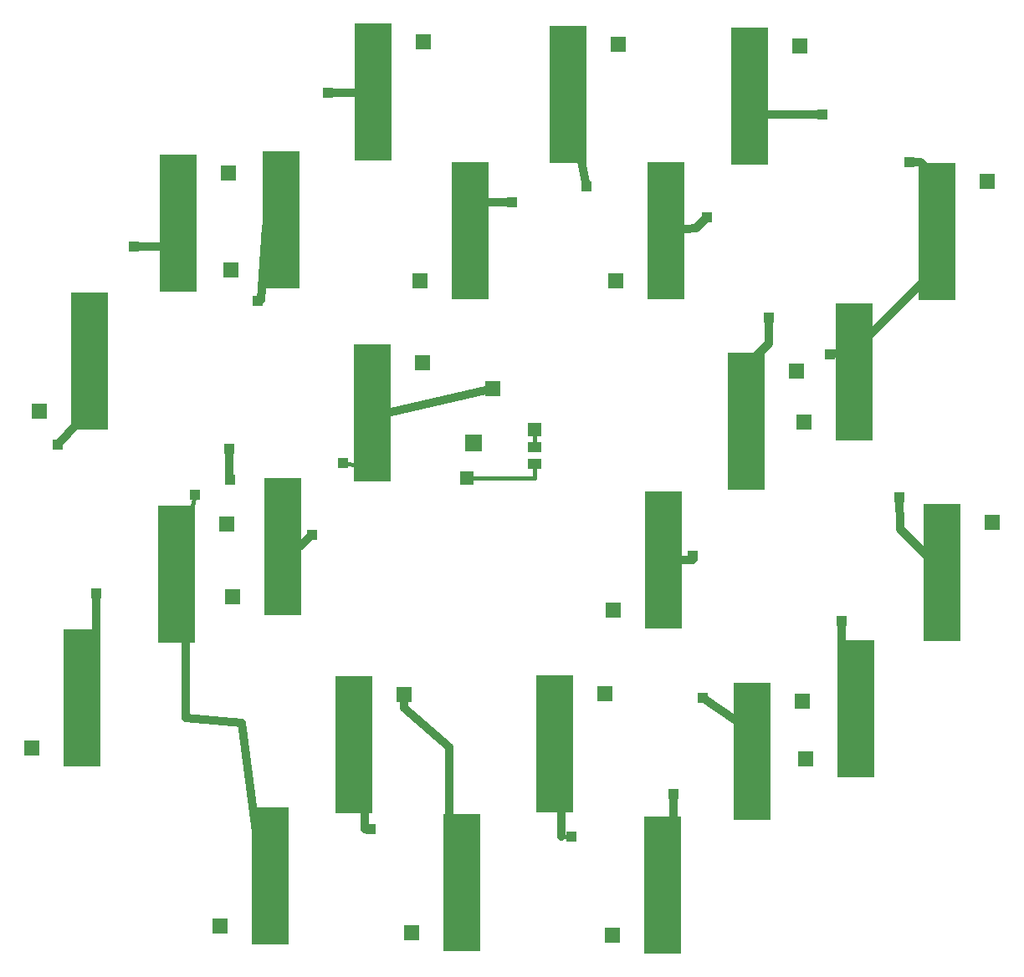
<source format=gtl>
G75*
%MOIN*%
%OFA0B0*%
%FSLAX25Y25*%
%IPPOS*%
%LPD*%
%AMOC8*
5,1,8,0,0,1.08239X$1,22.5*
%
%ADD10R,0.15000X0.55000*%
%ADD11R,0.06000X0.06000*%
%ADD12R,0.05709X0.03937*%
%ADD13R,0.06600X0.06600*%
%ADD14C,0.01600*%
%ADD15R,0.05315X0.05315*%
%ADD16C,0.03200*%
%ADD17R,0.03962X0.03962*%
%ADD18R,0.05906X0.05906*%
D10*
X0152562Y0088433D03*
X0185662Y0140733D03*
X0228662Y0085733D03*
X0265662Y0141033D03*
X0308662Y0084933D03*
X0344362Y0138233D03*
X0385862Y0155233D03*
X0419962Y0209533D03*
X0341962Y0269733D03*
X0384962Y0289533D03*
X0418162Y0345533D03*
X0343562Y0399633D03*
X0310062Y0345733D03*
X0271062Y0400233D03*
X0232162Y0345833D03*
X0193362Y0401133D03*
X0156862Y0350233D03*
X0115862Y0348733D03*
X0080362Y0293933D03*
X0157262Y0219733D03*
X0114962Y0208933D03*
X0077462Y0159533D03*
X0193162Y0273033D03*
X0309062Y0214333D03*
D11*
X0132562Y0068433D03*
X0208662Y0065733D03*
X0288662Y0064933D03*
X0365862Y0135233D03*
X0364362Y0158233D03*
X0289062Y0194333D03*
X0285662Y0161033D03*
X0205662Y0160733D03*
X0137262Y0199733D03*
X0134962Y0228933D03*
X0060362Y0273933D03*
X0136862Y0330233D03*
X0135862Y0368733D03*
X0212162Y0325833D03*
X0213162Y0293033D03*
X0290062Y0325733D03*
X0361962Y0289733D03*
X0364962Y0269533D03*
X0439962Y0229533D03*
X0438162Y0365533D03*
X0363562Y0419633D03*
X0291062Y0420233D03*
X0213362Y0421133D03*
X0057462Y0139533D03*
D12*
X0257737Y0252941D03*
X0257737Y0259398D03*
D13*
X0233562Y0261233D03*
D14*
X0230762Y0247033D02*
X0257854Y0247025D01*
X0257737Y0252941D01*
X0257737Y0259398D02*
X0257862Y0266633D01*
X0193562Y0271933D02*
X0193162Y0273033D01*
X0192162Y0251633D01*
X0181462Y0253133D01*
X0164162Y0219733D02*
X0157262Y0219733D01*
X0136262Y0246333D02*
X0135962Y0246333D01*
X0122562Y0240533D02*
X0114962Y0208933D01*
X0114862Y0208833D01*
X0118762Y0208833D01*
X0083162Y0156433D02*
X0077462Y0159533D01*
X0149362Y0085533D02*
X0152562Y0088433D01*
X0190162Y0107033D02*
X0192362Y0107033D01*
X0228662Y0085733D02*
X0223762Y0071833D01*
X0268262Y0104233D02*
X0272362Y0104233D01*
X0268262Y0133033D02*
X0264062Y0133033D01*
X0265662Y0141033D01*
X0308662Y0084933D02*
X0313062Y0085833D01*
X0344362Y0138233D02*
X0346262Y0146333D01*
X0380362Y0152733D02*
X0386162Y0152733D01*
X0385862Y0155233D01*
X0421762Y0206833D02*
X0421762Y0208533D01*
X0420862Y0207733D02*
X0421762Y0206833D01*
X0420862Y0207733D02*
X0419962Y0209533D01*
X0403462Y0226833D02*
X0403462Y0227933D01*
X0384962Y0289533D02*
X0386262Y0298533D01*
X0386262Y0299133D01*
X0418562Y0331433D02*
X0418378Y0331702D01*
X0418378Y0345533D01*
X0418162Y0345533D01*
X0418378Y0345533D02*
X0418378Y0368126D01*
X0416277Y0368126D01*
X0414762Y0369533D01*
X0414462Y0337433D02*
X0418378Y0331702D01*
X0339462Y0274333D02*
X0341962Y0269733D01*
X0339462Y0274333D02*
X0339462Y0289133D01*
X0320862Y0216233D02*
X0320862Y0214533D01*
X0190162Y0140133D02*
X0185662Y0140133D01*
X0185662Y0140733D01*
X0075662Y0269233D02*
X0074762Y0268933D01*
X0074762Y0289633D01*
X0077762Y0289633D01*
X0080362Y0293933D01*
X0113262Y0339633D02*
X0115862Y0348733D01*
X0150862Y0347533D02*
X0155362Y0347533D01*
X0156862Y0350233D01*
X0190762Y0400933D02*
X0193362Y0401133D01*
X0239162Y0357033D02*
X0232162Y0345833D01*
D15*
X0257862Y0266633D03*
X0230762Y0247033D03*
D16*
X0241162Y0282933D02*
X0193562Y0271933D01*
X0168962Y0224533D02*
X0164162Y0219733D01*
X0135962Y0246333D02*
X0135962Y0258733D01*
X0118762Y0208833D02*
X0118762Y0151433D01*
X0140962Y0149633D01*
X0149362Y0085533D01*
X0190162Y0107033D02*
X0190162Y0140133D01*
X0205662Y0155333D02*
X0205662Y0160733D01*
X0205662Y0155333D02*
X0223762Y0139833D01*
X0223762Y0071833D01*
X0268262Y0104233D02*
X0268262Y0133033D01*
X0313162Y0121233D02*
X0313062Y0085833D01*
X0346262Y0146333D02*
X0346262Y0147733D01*
X0338362Y0150033D01*
X0324862Y0159633D01*
X0380362Y0152733D02*
X0380162Y0190033D01*
X0403462Y0226833D02*
X0421762Y0208533D01*
X0403462Y0227933D02*
X0403162Y0239533D01*
X0386262Y0298533D02*
X0377462Y0296833D01*
X0375262Y0296633D01*
X0386262Y0299133D02*
X0418562Y0331433D01*
X0416277Y0368126D02*
X0411370Y0373033D01*
X0407162Y0373033D01*
X0372462Y0392133D02*
X0343162Y0392133D01*
X0326462Y0351233D02*
X0321962Y0346733D01*
X0310062Y0345733D01*
X0278362Y0363433D02*
X0271062Y0400233D01*
X0248662Y0357033D02*
X0239162Y0357033D01*
X0190762Y0400933D02*
X0175462Y0400933D01*
X0150862Y0347533D02*
X0148762Y0318033D01*
X0147362Y0317733D01*
X0113262Y0339633D02*
X0098062Y0339633D01*
X0075662Y0269233D02*
X0067662Y0260433D01*
X0083162Y0201133D02*
X0083162Y0156433D01*
X0309062Y0214333D02*
X0320862Y0214533D01*
X0339462Y0289133D02*
X0351162Y0300833D01*
X0351162Y0311133D01*
D17*
X0351162Y0311133D03*
X0375262Y0296633D03*
X0326462Y0351233D03*
X0278362Y0363433D03*
X0248662Y0357033D03*
X0175462Y0400933D03*
X0147362Y0317733D03*
X0098062Y0339633D03*
X0067662Y0260433D03*
X0122562Y0240533D03*
X0136262Y0246333D03*
X0135962Y0258733D03*
X0168962Y0224533D03*
X0181462Y0253133D03*
X0083162Y0201133D03*
X0192362Y0107033D03*
X0272362Y0104233D03*
X0313162Y0121233D03*
X0324862Y0159633D03*
X0380162Y0190033D03*
X0403162Y0239533D03*
X0320862Y0216233D03*
X0407162Y0373033D03*
X0372462Y0392133D03*
D18*
X0241162Y0282933D03*
M02*

</source>
